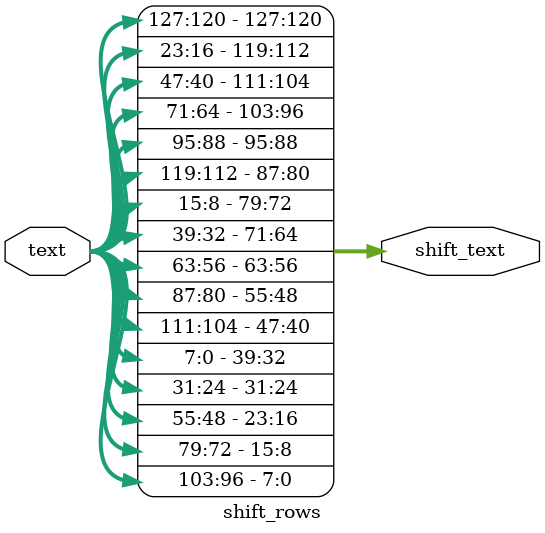
<source format=v>

module shift_rows (
	input [127:0] text,
	output reg [127:0] shift_text);

always @* begin
shift_text[7:0]<=text[103:96];
shift_text[15:8]<=text[79:72];
shift_text[23:16]<=text[55:48];
shift_text[31:24]<=text[31:24];
shift_text[39:32]<=text[7:0];
shift_text[47:40]<=text[111:104];
shift_text[55:48]<=text[87:80];
shift_text[63:56]<=text[63:56];
shift_text[71:64]<=text[39:32];
shift_text[79:72]<=text[15:8];
shift_text[87:80]<=text[119:112];
shift_text[95:88]<=text[95:88];
shift_text[103:96]<=text[71:64];
shift_text[111:104]<=text[47:40];
shift_text[119:112]<=text[23:16];
shift_text[127:120]<=text[127:120];
end
endmodule

</source>
